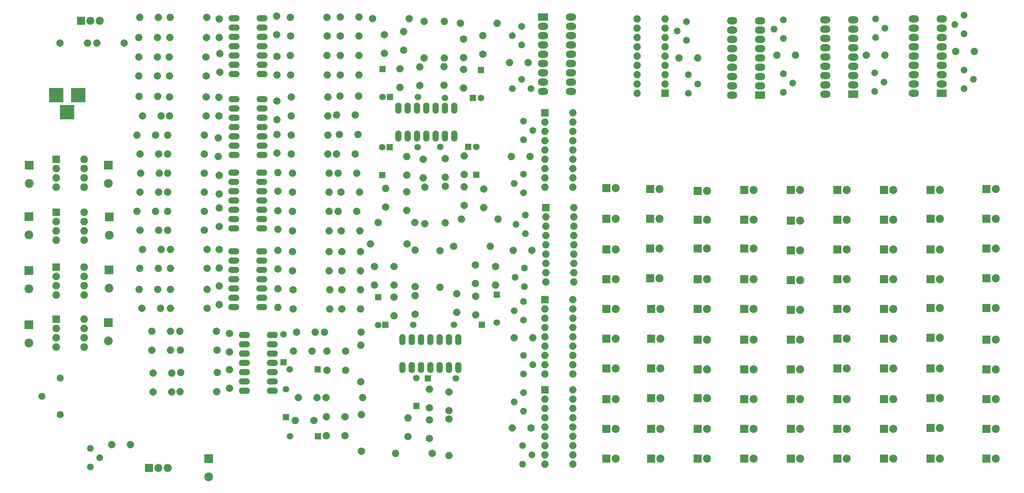
<source format=gbr>
G04 #@! TF.FileFunction,Soldermask,Top*
%FSLAX46Y46*%
G04 Gerber Fmt 4.6, Leading zero omitted, Abs format (unit mm)*
G04 Created by KiCad (PCBNEW 4.0.7) date 05/30/18 17:14:46*
%MOMM*%
%LPD*%
G01*
G04 APERTURE LIST*
%ADD10C,0.100000*%
%ADD11R,2.000000X2.000000*%
%ADD12O,2.000000X2.000000*%
%ADD13C,2.000000*%
%ADD14R,2.400000X2.400000*%
%ADD15C,2.400000*%
%ADD16R,1.808000X1.808000*%
%ADD17C,1.808000*%
%ADD18R,2.200000X2.200000*%
%ADD19C,2.200000*%
%ADD20R,3.900000X3.900000*%
%ADD21C,1.924000*%
%ADD22C,1.840000*%
%ADD23O,3.041600X1.720800*%
%ADD24O,2.200000X2.200000*%
%ADD25R,2.076400X2.076400*%
%ADD26C,2.076400*%
%ADD27O,1.720800X3.041600*%
%ADD28R,2.800000X2.000000*%
%ADD29O,2.800000X2.000000*%
G04 APERTURE END LIST*
D10*
D11*
X245618000Y-72263000D03*
D12*
X237998000Y-51943000D03*
X245618000Y-69723000D03*
X237998000Y-54483000D03*
X245618000Y-67183000D03*
X237998000Y-57023000D03*
X245618000Y-64643000D03*
X237998000Y-59563000D03*
X245618000Y-62103000D03*
X237998000Y-62103000D03*
X245618000Y-59563000D03*
X237998000Y-64643000D03*
X245618000Y-57023000D03*
X237998000Y-67183000D03*
X245618000Y-54483000D03*
X237998000Y-69723000D03*
X245618000Y-51943000D03*
X237998000Y-72263000D03*
D13*
X169471112Y-103321620D03*
D12*
X169471112Y-98241620D03*
D13*
X120650000Y-51562000D03*
D12*
X110650000Y-51562000D03*
D13*
X120617000Y-57023000D03*
D12*
X110617000Y-57023000D03*
D13*
X120523000Y-67564000D03*
D12*
X110523000Y-67564000D03*
D13*
X120396000Y-62357000D03*
D12*
X110396000Y-62357000D03*
D13*
X80638000Y-58547000D03*
D12*
X88138000Y-58547000D03*
D13*
X98178000Y-58547000D03*
D12*
X90678000Y-58547000D03*
D14*
X72263000Y-91901000D03*
D15*
X72263000Y-96901000D03*
D14*
X72136000Y-105998000D03*
D15*
X72136000Y-110998000D03*
D14*
X72136000Y-120730000D03*
D15*
X72136000Y-125730000D03*
D14*
X72136000Y-135509000D03*
D15*
X72136000Y-140509000D03*
D14*
X93980000Y-120523000D03*
D15*
X93980000Y-125523000D03*
D14*
X94107000Y-106045000D03*
D15*
X94107000Y-111045000D03*
D14*
X93853000Y-134954000D03*
D15*
X93853000Y-139954000D03*
D14*
X93853000Y-91901000D03*
D15*
X93853000Y-96901000D03*
D13*
X143416000Y-61976000D03*
D12*
X153416000Y-61976000D03*
D13*
X143510000Y-67310000D03*
D12*
X153510000Y-67310000D03*
D13*
X143510000Y-56642000D03*
D12*
X153510000Y-56642000D03*
D13*
X143416000Y-51562000D03*
D12*
X153416000Y-51562000D03*
D13*
X120523000Y-78486000D03*
D12*
X110523000Y-78486000D03*
D13*
X120523000Y-73279000D03*
D12*
X110523000Y-73279000D03*
D13*
X119982000Y-83693000D03*
D12*
X109982000Y-83693000D03*
D13*
X119982000Y-88900000D03*
D12*
X109982000Y-88900000D03*
D13*
X143670000Y-83693000D03*
D12*
X153670000Y-83693000D03*
D13*
X143670000Y-88900000D03*
D12*
X153670000Y-88900000D03*
D13*
X143670000Y-78486000D03*
D12*
X153670000Y-78486000D03*
D13*
X143670000Y-73279000D03*
D12*
X153670000Y-73279000D03*
D13*
X109982000Y-99314000D03*
D12*
X119982000Y-99314000D03*
D13*
X120015000Y-94107000D03*
D12*
X110015000Y-94107000D03*
D13*
X119982000Y-104521000D03*
D12*
X109982000Y-104521000D03*
D13*
X120015000Y-109728000D03*
D12*
X110015000Y-109728000D03*
D13*
X144051000Y-104521000D03*
D12*
X154051000Y-104521000D03*
D13*
X144018000Y-109855000D03*
D12*
X154018000Y-109855000D03*
D13*
X144051000Y-99314000D03*
D12*
X154051000Y-99314000D03*
D13*
X144051000Y-94107000D03*
D12*
X154051000Y-94107000D03*
D13*
X120777000Y-120142000D03*
D12*
X110777000Y-120142000D03*
D13*
X120744000Y-114935000D03*
D12*
X110744000Y-114935000D03*
D13*
X120777000Y-125857000D03*
D12*
X110777000Y-125857000D03*
D13*
X120777000Y-131064000D03*
D12*
X110777000Y-131064000D03*
D13*
X144178000Y-125984000D03*
D12*
X154178000Y-125984000D03*
D13*
X144178000Y-131191000D03*
D12*
X154178000Y-131191000D03*
D13*
X144018000Y-120777000D03*
D12*
X154018000Y-120777000D03*
D13*
X144051000Y-115570000D03*
D12*
X154051000Y-115570000D03*
D13*
X123444000Y-142494000D03*
D12*
X113444000Y-142494000D03*
D13*
X123317000Y-137287000D03*
D12*
X113317000Y-137287000D03*
D13*
X123571000Y-148590000D03*
D12*
X113571000Y-148590000D03*
D13*
X123411000Y-153797000D03*
D12*
X113411000Y-153797000D03*
D13*
X153162000Y-155448000D03*
D12*
X163162000Y-155448000D03*
D13*
X152781000Y-137541000D03*
D12*
X162781000Y-137541000D03*
D13*
X180086000Y-97941620D03*
D12*
X180086000Y-107941620D03*
D13*
X185671112Y-97641620D03*
D12*
X185671112Y-107641620D03*
D13*
X162814000Y-170053000D03*
D12*
X162814000Y-160053000D03*
D13*
X162687000Y-151130000D03*
D12*
X162687000Y-141130000D03*
D13*
X167371112Y-107541620D03*
D12*
X177371112Y-107541620D03*
D13*
X190071112Y-106641620D03*
D12*
X200071112Y-106641620D03*
D13*
X185471112Y-62641620D03*
D12*
X185471112Y-52641620D03*
D13*
X179971112Y-62641620D03*
D12*
X179971112Y-52641620D03*
D13*
X184256910Y-125282688D03*
D12*
X184256910Y-115282688D03*
D13*
X189871112Y-53141620D03*
D12*
X199871112Y-53141620D03*
D13*
X165871112Y-51841620D03*
D12*
X175871112Y-51841620D03*
D13*
X187972910Y-114106688D03*
D12*
X197972910Y-114106688D03*
D13*
X177507993Y-125141433D03*
D12*
X177507993Y-115141433D03*
D13*
X186703993Y-161251433D03*
D12*
X186703993Y-171251433D03*
D13*
X175260000Y-113411000D03*
D12*
X165260000Y-113411000D03*
D13*
X182131993Y-170649433D03*
D12*
X172131993Y-170649433D03*
D14*
X121158000Y-172085000D03*
D15*
X121158000Y-177085000D03*
D16*
X142240000Y-160782000D03*
D17*
X142240000Y-153162000D03*
D16*
X141605000Y-145796000D03*
D17*
X141605000Y-138176000D03*
D16*
X170534112Y-86995620D03*
D17*
X178154112Y-86995620D03*
D16*
X191971112Y-86941620D03*
D17*
X184351112Y-86941620D03*
D16*
X151003000Y-165989000D03*
D17*
X143383000Y-165989000D03*
D16*
X150876000Y-147701000D03*
D17*
X143256000Y-147701000D03*
D16*
X168471112Y-94651620D03*
D17*
X168471112Y-87031620D03*
D16*
X194171112Y-94551620D03*
D17*
X194171112Y-86931620D03*
D16*
X193267112Y-73533620D03*
D17*
X185647112Y-73533620D03*
D16*
X170661112Y-73279620D03*
D17*
X178281112Y-73279620D03*
D16*
X195686910Y-135531396D03*
D17*
X188066910Y-135531396D03*
D16*
X195471112Y-65931620D03*
D17*
X195471112Y-73551620D03*
D16*
X168571112Y-65631620D03*
D17*
X168571112Y-73251620D03*
D16*
X199750910Y-127314688D03*
D17*
X199750910Y-134934688D03*
D16*
X169397993Y-135541433D03*
D17*
X177017993Y-135541433D03*
D16*
X180954910Y-150174688D03*
D17*
X188574910Y-150174688D03*
D16*
X167407993Y-127941433D03*
D17*
X167407993Y-135561433D03*
D16*
X177813993Y-157695433D03*
D17*
X177813993Y-150075433D03*
D18*
X229616000Y-172085000D03*
D19*
X232156000Y-172085000D03*
D18*
X267208000Y-172085000D03*
D19*
X269748000Y-172085000D03*
D18*
X229616000Y-163957000D03*
D19*
X232156000Y-163957000D03*
D18*
X267208000Y-163957000D03*
D19*
X269748000Y-163957000D03*
D18*
X229616000Y-155829000D03*
D19*
X232156000Y-155829000D03*
D18*
X267208000Y-155829000D03*
D19*
X269748000Y-155829000D03*
D18*
X229616000Y-147447000D03*
D19*
X232156000Y-147447000D03*
D18*
X267208000Y-147701000D03*
D19*
X269748000Y-147701000D03*
D18*
X229616000Y-139319000D03*
D19*
X232156000Y-139319000D03*
D18*
X267208000Y-139573000D03*
D19*
X269748000Y-139573000D03*
D18*
X229616000Y-131191000D03*
D19*
X232156000Y-131191000D03*
D18*
X267208000Y-131191000D03*
D19*
X269748000Y-131191000D03*
D18*
X229616000Y-123063000D03*
D19*
X232156000Y-123063000D03*
D18*
X267208000Y-123063000D03*
D19*
X269748000Y-123063000D03*
D18*
X229616000Y-114935000D03*
D19*
X232156000Y-114935000D03*
D18*
X267208000Y-114681000D03*
D19*
X269748000Y-114681000D03*
D18*
X229616000Y-106553000D03*
D19*
X232156000Y-106553000D03*
D18*
X267208000Y-106807000D03*
D19*
X269748000Y-106807000D03*
D18*
X229616000Y-98171000D03*
D19*
X232156000Y-98171000D03*
D18*
X267208000Y-98679000D03*
D19*
X269748000Y-98679000D03*
D18*
X241808000Y-172085000D03*
D19*
X244348000Y-172085000D03*
D18*
X279908000Y-172085000D03*
D19*
X282448000Y-172085000D03*
D18*
X241808000Y-163957000D03*
D19*
X244348000Y-163957000D03*
D18*
X279908000Y-163957000D03*
D19*
X282448000Y-163957000D03*
D18*
X241808000Y-155575000D03*
D19*
X244348000Y-155575000D03*
D18*
X279908000Y-155829000D03*
D19*
X282448000Y-155829000D03*
D18*
X241808000Y-147447000D03*
D19*
X244348000Y-147447000D03*
D18*
X279908000Y-147701000D03*
D19*
X282448000Y-147701000D03*
D18*
X241808000Y-139319000D03*
D19*
X244348000Y-139319000D03*
D18*
X279908000Y-139573000D03*
D19*
X282448000Y-139573000D03*
D18*
X241808000Y-131191000D03*
D19*
X244348000Y-131191000D03*
D18*
X279908000Y-131445000D03*
D19*
X282448000Y-131445000D03*
D18*
X241554000Y-122809000D03*
D19*
X244094000Y-122809000D03*
D18*
X279908000Y-123317000D03*
D19*
X282448000Y-123317000D03*
D18*
X241554000Y-114681000D03*
D19*
X244094000Y-114681000D03*
D18*
X279908000Y-115189000D03*
D19*
X282448000Y-115189000D03*
D18*
X241554000Y-106553000D03*
D19*
X244094000Y-106553000D03*
D18*
X279908000Y-107061000D03*
D19*
X282448000Y-107061000D03*
D18*
X241554000Y-98425000D03*
D19*
X244094000Y-98425000D03*
D18*
X279908000Y-98679000D03*
D19*
X282448000Y-98679000D03*
D18*
X254508000Y-172085000D03*
D19*
X257048000Y-172085000D03*
D18*
X292608000Y-172085000D03*
D19*
X295148000Y-172085000D03*
D18*
X254508000Y-163957000D03*
D19*
X257048000Y-163957000D03*
D18*
X292608000Y-163957000D03*
D19*
X295148000Y-163957000D03*
D18*
X254508000Y-155575000D03*
D19*
X257048000Y-155575000D03*
D18*
X292608000Y-155829000D03*
D19*
X295148000Y-155829000D03*
D18*
X254508000Y-147701000D03*
D19*
X257048000Y-147701000D03*
D18*
X292608000Y-147447000D03*
D19*
X295148000Y-147447000D03*
D18*
X254508000Y-139573000D03*
D19*
X257048000Y-139573000D03*
D18*
X292608000Y-139319000D03*
D19*
X295148000Y-139319000D03*
D18*
X254508000Y-131191000D03*
D19*
X257048000Y-131191000D03*
D18*
X292608000Y-131191000D03*
D19*
X295148000Y-131191000D03*
D18*
X254508000Y-123063000D03*
D19*
X257048000Y-123063000D03*
D18*
X292608000Y-123063000D03*
D19*
X295148000Y-123063000D03*
D18*
X254508000Y-114681000D03*
D19*
X257048000Y-114681000D03*
D18*
X292608000Y-114935000D03*
D19*
X295148000Y-114935000D03*
D18*
X254508000Y-106807000D03*
D19*
X257048000Y-106807000D03*
D18*
X292608000Y-106807000D03*
D19*
X295148000Y-106807000D03*
D18*
X254508000Y-98933000D03*
D19*
X257048000Y-98933000D03*
D18*
X292608000Y-98679000D03*
D19*
X295148000Y-98679000D03*
D18*
X318008000Y-172085000D03*
D19*
X320548000Y-172085000D03*
D18*
X318008000Y-163703000D03*
D19*
X320548000Y-163703000D03*
D18*
X318008000Y-155575000D03*
D19*
X320548000Y-155575000D03*
D18*
X318008000Y-147447000D03*
D19*
X320548000Y-147447000D03*
D18*
X318008000Y-139065000D03*
D19*
X320548000Y-139065000D03*
D18*
X318008000Y-130937000D03*
D19*
X320548000Y-130937000D03*
D18*
X318008000Y-123063000D03*
D19*
X320548000Y-123063000D03*
D18*
X318008000Y-114935000D03*
D19*
X320548000Y-114935000D03*
D18*
X318008000Y-106553000D03*
D19*
X320548000Y-106553000D03*
D18*
X318008000Y-98679000D03*
D19*
X320548000Y-98679000D03*
D18*
X305308000Y-172085000D03*
D19*
X307848000Y-172085000D03*
D18*
X305308000Y-163957000D03*
D19*
X307848000Y-163957000D03*
D18*
X305308000Y-155829000D03*
D19*
X307848000Y-155829000D03*
D18*
X305308000Y-147447000D03*
D19*
X307848000Y-147447000D03*
D18*
X305308000Y-139319000D03*
D19*
X307848000Y-139319000D03*
D18*
X305308000Y-131191000D03*
D19*
X307848000Y-131191000D03*
D18*
X305308000Y-123063000D03*
D19*
X307848000Y-123063000D03*
D18*
X305308000Y-114935000D03*
D19*
X307848000Y-114935000D03*
D18*
X305308000Y-106807000D03*
D19*
X307848000Y-106807000D03*
D18*
X305308000Y-98679000D03*
D19*
X307848000Y-98679000D03*
D18*
X333248000Y-172085000D03*
D19*
X335788000Y-172085000D03*
D18*
X333248000Y-163957000D03*
D19*
X335788000Y-163957000D03*
D18*
X333248000Y-155829000D03*
D19*
X335788000Y-155829000D03*
D18*
X333248000Y-147701000D03*
D19*
X335788000Y-147701000D03*
D18*
X333248000Y-139573000D03*
D19*
X335788000Y-139573000D03*
D18*
X333248000Y-130937000D03*
D19*
X335788000Y-130937000D03*
D18*
X333248000Y-122809000D03*
D19*
X335788000Y-122809000D03*
D18*
X333248000Y-114681000D03*
D19*
X335788000Y-114681000D03*
D18*
X333248000Y-106553000D03*
D19*
X335788000Y-106553000D03*
D18*
X333248000Y-98425000D03*
D19*
X335788000Y-98425000D03*
D20*
X85598000Y-72771000D03*
X79598000Y-72771000D03*
X82598000Y-77471000D03*
D21*
X75692000Y-155067000D03*
X80692000Y-150067000D03*
X80692000Y-160067000D03*
D13*
X107442000Y-51562000D03*
D12*
X102362000Y-51562000D03*
D13*
X107188000Y-57023000D03*
D12*
X102108000Y-57023000D03*
D13*
X124079000Y-51943000D03*
D12*
X124079000Y-57023000D03*
D13*
X107188000Y-67564000D03*
D12*
X102108000Y-67564000D03*
D13*
X107188000Y-62357000D03*
D12*
X102108000Y-62357000D03*
D13*
X124206000Y-66548000D03*
D12*
X124206000Y-61468000D03*
D13*
X157099000Y-61970920D03*
D12*
X162179000Y-61970920D03*
D13*
X157099000Y-67310000D03*
D12*
X162179000Y-67310000D03*
D13*
X139827000Y-62230000D03*
D12*
X139827000Y-67310000D03*
D13*
X157099000Y-51435000D03*
D12*
X162179000Y-51435000D03*
D13*
X157099000Y-56642000D03*
D12*
X162179000Y-56642000D03*
D13*
X139700000Y-56261000D03*
D12*
X139700000Y-51181000D03*
D13*
X107315000Y-73152000D03*
D12*
X102235000Y-73152000D03*
D13*
X103124000Y-78486000D03*
D12*
X108204000Y-78486000D03*
D13*
X123952000Y-78486000D03*
D12*
X123952000Y-73406000D03*
D13*
X106680000Y-83693000D03*
D12*
X101600000Y-83693000D03*
D13*
X102489000Y-88900000D03*
D12*
X107569000Y-88900000D03*
D13*
X123825000Y-84455000D03*
D12*
X123825000Y-89535000D03*
D13*
X156845000Y-83566000D03*
D12*
X161925000Y-83566000D03*
D13*
X161163000Y-88900000D03*
D12*
X156083000Y-88900000D03*
D13*
X139827000Y-88646000D03*
D12*
X139827000Y-83566000D03*
D13*
X156972000Y-73025000D03*
D12*
X162052000Y-73025000D03*
D13*
X161163000Y-78232000D03*
D12*
X156083000Y-78232000D03*
D13*
X139827000Y-74422000D03*
D12*
X139827000Y-79502000D03*
D13*
X102489000Y-99314000D03*
D12*
X107569000Y-99314000D03*
D13*
X102616000Y-94107000D03*
D12*
X107696000Y-94107000D03*
D13*
X124079000Y-94742000D03*
D12*
X124079000Y-99822000D03*
D13*
X106680000Y-104521000D03*
D12*
X101600000Y-104521000D03*
D13*
X102489000Y-109728000D03*
D12*
X107569000Y-109728000D03*
D13*
X124079000Y-108712000D03*
D12*
X124079000Y-103632000D03*
D13*
X157353000Y-109855000D03*
D12*
X162433000Y-109855000D03*
D13*
X161544000Y-104521000D03*
D12*
X156464000Y-104521000D03*
D13*
X140081000Y-104394000D03*
D12*
X140081000Y-109474000D03*
D13*
X157226000Y-99314000D03*
D12*
X162306000Y-99314000D03*
D13*
X161544000Y-94107000D03*
D12*
X156464000Y-94107000D03*
D13*
X140081000Y-99060000D03*
D12*
X140081000Y-93980000D03*
D13*
X107442000Y-120142000D03*
D12*
X102362000Y-120142000D03*
D13*
X103124000Y-114935000D03*
D12*
X108204000Y-114935000D03*
D13*
X124079000Y-114935000D03*
D12*
X124079000Y-120015000D03*
D13*
X107315000Y-125857000D03*
D12*
X102235000Y-125857000D03*
D13*
X102997000Y-131064000D03*
D12*
X108077000Y-131064000D03*
D13*
X124079000Y-130048000D03*
D12*
X124079000Y-124968000D03*
D13*
X157480000Y-131191000D03*
D12*
X162560000Y-131191000D03*
D13*
X157480000Y-125984000D03*
D12*
X162560000Y-125984000D03*
D13*
X140081000Y-125730000D03*
D12*
X140081000Y-130810000D03*
D13*
X157480000Y-120777000D03*
D12*
X162560000Y-120777000D03*
D13*
X157480000Y-115570000D03*
D12*
X162560000Y-115570000D03*
D13*
X140081000Y-120269000D03*
D12*
X140081000Y-115189000D03*
D13*
X105664000Y-142494000D03*
D12*
X110744000Y-142494000D03*
D13*
X105664000Y-137287000D03*
D12*
X110744000Y-137287000D03*
D13*
X106045000Y-153924000D03*
D12*
X111125000Y-153924000D03*
D13*
X106045000Y-148717000D03*
D12*
X111125000Y-148717000D03*
D13*
X126873000Y-152908000D03*
D12*
X126873000Y-147828000D03*
D13*
X145669000Y-155448000D03*
D12*
X150749000Y-155448000D03*
D13*
X145161000Y-137541000D03*
D12*
X150241000Y-137541000D03*
D13*
X179705000Y-90297000D03*
D12*
X179705000Y-95377000D03*
D13*
X185671112Y-90161620D03*
D12*
X185671112Y-95241620D03*
D13*
X149860000Y-161671000D03*
D12*
X144780000Y-161671000D03*
D13*
X149352000Y-142748000D03*
D12*
X144272000Y-142748000D03*
D13*
X175233112Y-94615620D03*
D12*
X175233112Y-89535620D03*
D13*
X190854112Y-94488620D03*
D12*
X190854112Y-89408620D03*
D13*
X158369000Y-165862000D03*
D12*
X153289000Y-165862000D03*
D13*
X158496000Y-147955000D03*
D12*
X153416000Y-147955000D03*
D13*
X190871112Y-102941620D03*
D12*
X190871112Y-97861620D03*
D13*
X158369000Y-160655000D03*
D12*
X153289000Y-160655000D03*
D13*
X158496000Y-142748000D03*
D12*
X153416000Y-142748000D03*
D13*
X175171112Y-99161620D03*
D12*
X175171112Y-104241620D03*
D13*
X196171112Y-98461620D03*
D12*
X196171112Y-103541620D03*
D13*
X185393112Y-70104620D03*
D12*
X185393112Y-65024620D03*
D13*
X178771112Y-70121620D03*
D12*
X178771112Y-65041620D03*
D13*
X188803993Y-132121433D03*
D12*
X188803993Y-127041433D03*
D13*
X190671112Y-65761620D03*
D12*
X190671112Y-70841620D03*
D13*
X173371112Y-65561620D03*
D12*
X173371112Y-70641620D03*
D13*
X194003993Y-127761433D03*
D12*
X194003993Y-132841433D03*
D13*
X190671112Y-57441620D03*
D12*
X190671112Y-62521620D03*
D13*
X169071112Y-56261620D03*
D12*
X169071112Y-61341620D03*
D13*
X193908910Y-119186688D03*
D12*
X193908910Y-124266688D03*
D13*
X195971112Y-61641620D03*
D12*
X195971112Y-56561620D03*
D13*
X174371112Y-60521620D03*
D12*
X174371112Y-55441620D03*
D13*
X199403993Y-119595433D03*
D12*
X199403993Y-124675433D03*
D13*
X177507993Y-132621433D03*
D12*
X177507993Y-127541433D03*
D13*
X186703993Y-153885433D03*
D12*
X186703993Y-158965433D03*
D13*
X171717993Y-127977433D03*
D12*
X171717993Y-133057433D03*
D13*
X181369993Y-158203433D03*
D12*
X181369993Y-153123433D03*
D13*
X171717993Y-119595433D03*
D12*
X171717993Y-124675433D03*
D13*
X181369993Y-166585433D03*
D12*
X181369993Y-161505433D03*
D13*
X166383993Y-119595433D03*
D12*
X166383993Y-124675433D03*
D13*
X175527993Y-166077433D03*
D12*
X175527993Y-160997433D03*
D13*
X208280000Y-63881000D03*
D12*
X203200000Y-63881000D03*
D13*
X208788000Y-89535000D03*
D12*
X203708000Y-89535000D03*
D13*
X209296000Y-115189000D03*
D12*
X204216000Y-115189000D03*
D13*
X204470000Y-139065000D03*
D12*
X209550000Y-139065000D03*
D13*
X209042000Y-163703000D03*
D12*
X203962000Y-163703000D03*
D13*
X249428000Y-62611000D03*
D12*
X254508000Y-62611000D03*
D13*
X300482000Y-61849000D03*
D12*
X305562000Y-61849000D03*
D13*
X276098000Y-61849000D03*
D12*
X281178000Y-61849000D03*
D13*
X324866000Y-60833000D03*
D12*
X329946000Y-60833000D03*
D22*
X207010000Y-79883000D03*
X209550000Y-82423000D03*
X207010000Y-84963000D03*
X206502000Y-59055000D03*
X203962000Y-56515000D03*
X206502000Y-53975000D03*
X203962000Y-70993000D03*
X206502000Y-68453000D03*
X209042000Y-70993000D03*
X207010000Y-99441000D03*
X204470000Y-96901000D03*
X207010000Y-94361000D03*
X207518000Y-110617000D03*
X204978000Y-108077000D03*
X207518000Y-105537000D03*
X207264000Y-125095000D03*
X204724000Y-122555000D03*
X207264000Y-120015000D03*
X207010000Y-143891000D03*
X209550000Y-146431000D03*
X207010000Y-148971000D03*
X251968000Y-67183000D03*
X254508000Y-69723000D03*
X251968000Y-72263000D03*
X207010000Y-159131000D03*
X204470000Y-156591000D03*
X207010000Y-154051000D03*
X206756000Y-168529000D03*
X209296000Y-171069000D03*
X206756000Y-173609000D03*
X251460000Y-57785000D03*
X248920000Y-55245000D03*
X251460000Y-52705000D03*
X88900000Y-169291000D03*
X91440000Y-171831000D03*
X88900000Y-174371000D03*
X303022000Y-51943000D03*
X305562000Y-54483000D03*
X303022000Y-57023000D03*
X277876000Y-66929000D03*
X280416000Y-69469000D03*
X277876000Y-72009000D03*
X327152000Y-56007000D03*
X324612000Y-53467000D03*
X327152000Y-50927000D03*
X207010000Y-134239000D03*
X204470000Y-131699000D03*
X207010000Y-129159000D03*
X302768000Y-66675000D03*
X305308000Y-69215000D03*
X302768000Y-71755000D03*
X277876000Y-57277000D03*
X275336000Y-54737000D03*
X277876000Y-52197000D03*
X327152000Y-65913000D03*
X329692000Y-68453000D03*
X327152000Y-70993000D03*
D23*
X128143000Y-51816000D03*
X128143000Y-54356000D03*
X128143000Y-67056000D03*
X135763000Y-67056000D03*
X128143000Y-56896000D03*
X128143000Y-59436000D03*
X128143000Y-64516000D03*
X128143000Y-61976000D03*
X135763000Y-64516000D03*
X135763000Y-61976000D03*
X135763000Y-59436000D03*
X135763000Y-56896000D03*
X135763000Y-54356000D03*
X135763000Y-51816000D03*
D18*
X86360000Y-52451000D03*
D24*
X88900000Y-52451000D03*
X91440000Y-52451000D03*
D25*
X79629000Y-90297000D03*
D26*
X79629000Y-92837000D03*
X79629000Y-95377000D03*
X79629000Y-97917000D03*
X87249000Y-97917000D03*
X87249000Y-95377000D03*
X87249000Y-92837000D03*
X87249000Y-90297000D03*
D25*
X79629000Y-104775000D03*
D26*
X79629000Y-107315000D03*
X79629000Y-109855000D03*
X79629000Y-112395000D03*
X87249000Y-112395000D03*
X87249000Y-109855000D03*
X87249000Y-107315000D03*
X87249000Y-104775000D03*
D25*
X79629000Y-119761000D03*
D26*
X79629000Y-122301000D03*
X79629000Y-124841000D03*
X79629000Y-127381000D03*
X87249000Y-127381000D03*
X87249000Y-124841000D03*
X87249000Y-122301000D03*
X87249000Y-119761000D03*
D25*
X79629000Y-133985000D03*
D26*
X79629000Y-136525000D03*
X79629000Y-139065000D03*
X79629000Y-141605000D03*
X87249000Y-141605000D03*
X87249000Y-139065000D03*
X87249000Y-136525000D03*
X87249000Y-133985000D03*
D23*
X128143000Y-73914000D03*
X128143000Y-76454000D03*
X128143000Y-89154000D03*
X135763000Y-89154000D03*
X128143000Y-78994000D03*
X128143000Y-81534000D03*
X128143000Y-86614000D03*
X128143000Y-84074000D03*
X135763000Y-86614000D03*
X135763000Y-84074000D03*
X135763000Y-81534000D03*
X135763000Y-78994000D03*
X135763000Y-76454000D03*
X135763000Y-73914000D03*
X128016000Y-93980000D03*
X128016000Y-96520000D03*
X128016000Y-109220000D03*
X135636000Y-109220000D03*
X128016000Y-99060000D03*
X128016000Y-101600000D03*
X128016000Y-106680000D03*
X128016000Y-104140000D03*
X135636000Y-106680000D03*
X135636000Y-104140000D03*
X135636000Y-101600000D03*
X135636000Y-99060000D03*
X135636000Y-96520000D03*
X135636000Y-93980000D03*
X128016000Y-115443000D03*
X128016000Y-117983000D03*
X128016000Y-130683000D03*
X135636000Y-130683000D03*
X128016000Y-120523000D03*
X128016000Y-123063000D03*
X128016000Y-128143000D03*
X128016000Y-125603000D03*
X135636000Y-128143000D03*
X135636000Y-125603000D03*
X135636000Y-123063000D03*
X135636000Y-120523000D03*
X135636000Y-117983000D03*
X135636000Y-115443000D03*
X130937000Y-138303000D03*
X130937000Y-140843000D03*
X130937000Y-153543000D03*
X138557000Y-153543000D03*
X130937000Y-143383000D03*
X130937000Y-145923000D03*
X130937000Y-151003000D03*
X130937000Y-148463000D03*
X138557000Y-151003000D03*
X138557000Y-148463000D03*
X138557000Y-145923000D03*
X138557000Y-143383000D03*
X138557000Y-140843000D03*
X138557000Y-138303000D03*
D27*
X172947112Y-83947620D03*
X175487112Y-83947620D03*
X188187112Y-83947620D03*
X188187112Y-76327620D03*
X178027112Y-83947620D03*
X180567112Y-83947620D03*
X185647112Y-83947620D03*
X183107112Y-83947620D03*
X185647112Y-76327620D03*
X183107112Y-76327620D03*
X180567112Y-76327620D03*
X178027112Y-76327620D03*
X175487112Y-76327620D03*
X172947112Y-76327620D03*
X189230000Y-139573000D03*
X186690000Y-139573000D03*
X173990000Y-139573000D03*
X173990000Y-147193000D03*
X184150000Y-139573000D03*
X181610000Y-139573000D03*
X176530000Y-139573000D03*
X179070000Y-139573000D03*
X176530000Y-147193000D03*
X179070000Y-147193000D03*
X181610000Y-147193000D03*
X184150000Y-147193000D03*
X186690000Y-147193000D03*
X189230000Y-147193000D03*
D28*
X212344000Y-51435000D03*
D29*
X219964000Y-71755000D03*
X212344000Y-53975000D03*
X219964000Y-69215000D03*
X212344000Y-56515000D03*
X219964000Y-66675000D03*
X212344000Y-59055000D03*
X219964000Y-64135000D03*
X212344000Y-61595000D03*
X219964000Y-61595000D03*
X212344000Y-64135000D03*
X219964000Y-59055000D03*
X212344000Y-66675000D03*
X219964000Y-56515000D03*
X212344000Y-69215000D03*
X219964000Y-53975000D03*
X212344000Y-71755000D03*
X219964000Y-51435000D03*
D11*
X212852000Y-77597000D03*
D12*
X220472000Y-97917000D03*
X212852000Y-80137000D03*
X220472000Y-95377000D03*
X212852000Y-82677000D03*
X220472000Y-92837000D03*
X212852000Y-85217000D03*
X220472000Y-90297000D03*
X212852000Y-87757000D03*
X220472000Y-87757000D03*
X212852000Y-90297000D03*
X220472000Y-85217000D03*
X212852000Y-92837000D03*
X220472000Y-82677000D03*
X212852000Y-95377000D03*
X220472000Y-80137000D03*
X212852000Y-97917000D03*
X220472000Y-77597000D03*
D11*
X213106000Y-103505000D03*
D12*
X220726000Y-123825000D03*
X213106000Y-106045000D03*
X220726000Y-121285000D03*
X213106000Y-108585000D03*
X220726000Y-118745000D03*
X213106000Y-111125000D03*
X220726000Y-116205000D03*
X213106000Y-113665000D03*
X220726000Y-113665000D03*
X213106000Y-116205000D03*
X220726000Y-111125000D03*
X213106000Y-118745000D03*
X220726000Y-108585000D03*
X213106000Y-121285000D03*
X220726000Y-106045000D03*
X213106000Y-123825000D03*
X220726000Y-103505000D03*
D11*
X212852000Y-128651000D03*
D12*
X220472000Y-148971000D03*
X212852000Y-131191000D03*
X220472000Y-146431000D03*
X212852000Y-133731000D03*
X220472000Y-143891000D03*
X212852000Y-136271000D03*
X220472000Y-141351000D03*
X212852000Y-138811000D03*
X220472000Y-138811000D03*
X212852000Y-141351000D03*
X220472000Y-136271000D03*
X212852000Y-143891000D03*
X220472000Y-133731000D03*
X212852000Y-146431000D03*
X220472000Y-131191000D03*
X212852000Y-148971000D03*
X220472000Y-128651000D03*
D11*
X212852000Y-153289000D03*
D12*
X220472000Y-173609000D03*
X212852000Y-155829000D03*
X220472000Y-171069000D03*
X212852000Y-158369000D03*
X220472000Y-168529000D03*
X212852000Y-160909000D03*
X220472000Y-165989000D03*
X212852000Y-163449000D03*
X220472000Y-163449000D03*
X212852000Y-165989000D03*
X220472000Y-160909000D03*
X212852000Y-168529000D03*
X220472000Y-158369000D03*
X212852000Y-171069000D03*
X220472000Y-155829000D03*
X212852000Y-173609000D03*
X220472000Y-153289000D03*
D18*
X104902000Y-174625000D03*
D24*
X107442000Y-174625000D03*
X109982000Y-174625000D03*
D28*
X296926000Y-72517000D03*
D29*
X289306000Y-52197000D03*
X296926000Y-69977000D03*
X289306000Y-54737000D03*
X296926000Y-67437000D03*
X289306000Y-57277000D03*
X296926000Y-64897000D03*
X289306000Y-59817000D03*
X296926000Y-62357000D03*
X289306000Y-62357000D03*
X296926000Y-59817000D03*
X289306000Y-64897000D03*
X296926000Y-57277000D03*
X289306000Y-67437000D03*
X296926000Y-54737000D03*
X289306000Y-69977000D03*
X296926000Y-52197000D03*
X289306000Y-72517000D03*
D28*
X271526000Y-72771000D03*
D29*
X263906000Y-52451000D03*
X271526000Y-70231000D03*
X263906000Y-54991000D03*
X271526000Y-67691000D03*
X263906000Y-57531000D03*
X271526000Y-65151000D03*
X263906000Y-60071000D03*
X271526000Y-62611000D03*
X263906000Y-62611000D03*
X271526000Y-60071000D03*
X263906000Y-65151000D03*
X271526000Y-57531000D03*
X263906000Y-67691000D03*
X271526000Y-54991000D03*
X263906000Y-70231000D03*
X271526000Y-52451000D03*
X263906000Y-72771000D03*
D28*
X321056000Y-72263000D03*
D29*
X313436000Y-51943000D03*
X321056000Y-69723000D03*
X313436000Y-54483000D03*
X321056000Y-67183000D03*
X313436000Y-57023000D03*
X321056000Y-64643000D03*
X313436000Y-59563000D03*
X321056000Y-62103000D03*
X313436000Y-62103000D03*
X321056000Y-59563000D03*
X313436000Y-64643000D03*
X321056000Y-57023000D03*
X313436000Y-67183000D03*
X321056000Y-54483000D03*
X313436000Y-69723000D03*
X321056000Y-51943000D03*
X313436000Y-72263000D03*
D13*
X126873000Y-137922000D03*
D12*
X126873000Y-143002000D03*
D13*
X94742000Y-168275000D03*
D12*
X99822000Y-168275000D03*
M02*

</source>
